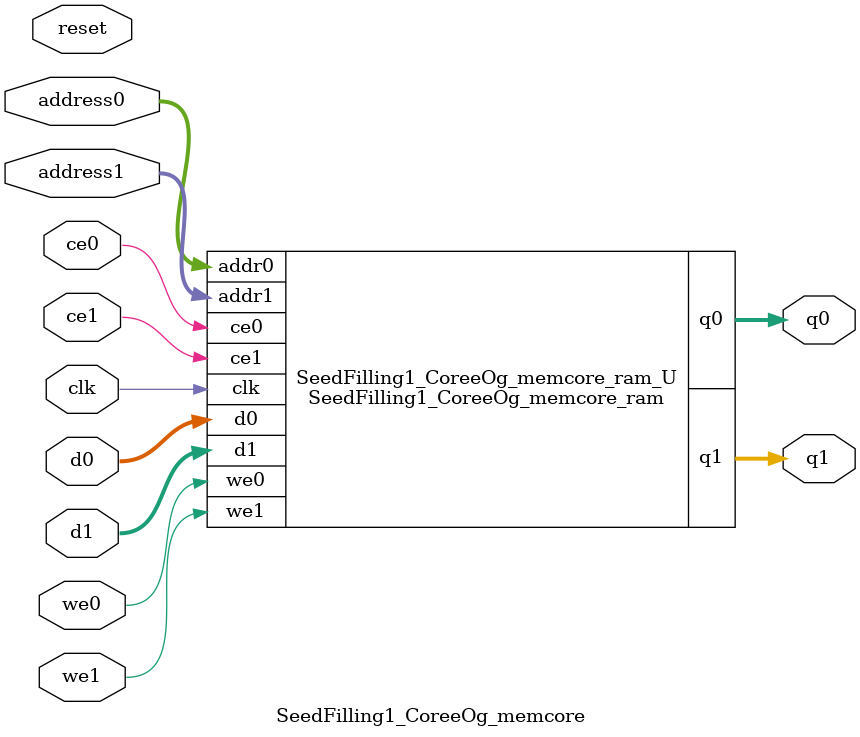
<source format=v>

`timescale 1 ns / 1 ps
module SeedFilling1_CoreeOg_memcore_ram (addr0, ce0, d0, we0, q0, addr1, ce1, d1, we1, q1,  clk);

parameter DWIDTH = 8;
parameter AWIDTH = 19;
parameter MEM_SIZE = 500000;

input[AWIDTH-1:0] addr0;
input ce0;
input[DWIDTH-1:0] d0;
input we0;
output reg[DWIDTH-1:0] q0;
input[AWIDTH-1:0] addr1;
input ce1;
input[DWIDTH-1:0] d1;
input we1;
output reg[DWIDTH-1:0] q1;
input clk;

(* ram_style = "block" *)reg [DWIDTH-1:0] ram[0:MEM_SIZE-1];




always @(posedge clk)  
begin 
    if (ce0) 
    begin
        if (we0) 
        begin 
            ram[addr0] <= d0; 
            q0 <= d0;
        end 
        else 
            q0 <= ram[addr0];
    end
end


always @(posedge clk)  
begin 
    if (ce1) 
    begin
        if (we1) 
        begin 
            ram[addr1] <= d1; 
            q1 <= d1;
        end 
        else 
            q1 <= ram[addr1];
    end
end


endmodule


`timescale 1 ns / 1 ps
module SeedFilling1_CoreeOg_memcore(
    reset,
    clk,
    address0,
    ce0,
    we0,
    d0,
    q0,
    address1,
    ce1,
    we1,
    d1,
    q1);

parameter DataWidth = 32'd8;
parameter AddressRange = 32'd500000;
parameter AddressWidth = 32'd19;
input reset;
input clk;
input[AddressWidth - 1:0] address0;
input ce0;
input we0;
input[DataWidth - 1:0] d0;
output[DataWidth - 1:0] q0;
input[AddressWidth - 1:0] address1;
input ce1;
input we1;
input[DataWidth - 1:0] d1;
output[DataWidth - 1:0] q1;



SeedFilling1_CoreeOg_memcore_ram SeedFilling1_CoreeOg_memcore_ram_U(
    .clk( clk ),
    .addr0( address0 ),
    .ce0( ce0 ),
    .we0( we0 ),
    .d0( d0 ),
    .q0( q0 ),
    .addr1( address1 ),
    .ce1( ce1 ),
    .we1( we1 ),
    .d1( d1 ),
    .q1( q1 ));

endmodule


</source>
